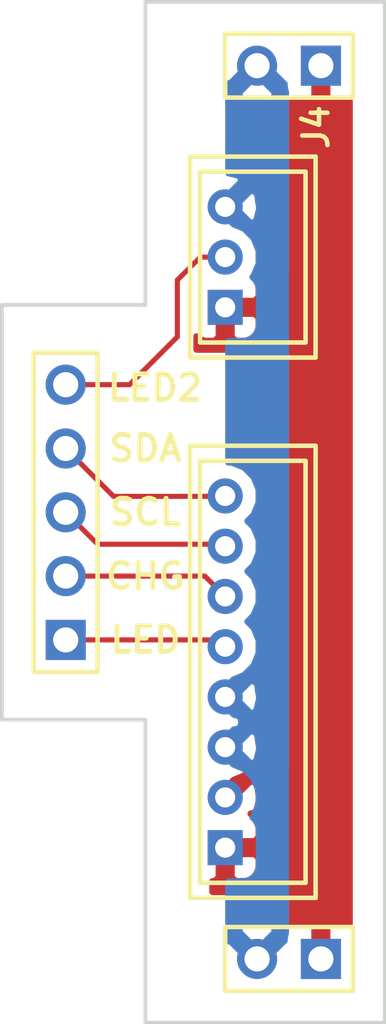
<source format=kicad_pcb>
(kicad_pcb (version 4) (host pcbnew 4.0.7-e2-6376~60~ubuntu17.10.1)

  (general
    (links 13)
    (no_connects 7)
    (area 154.864999 72.949999 170.255001 114.375001)
    (thickness 1.6)
    (drawings 13)
    (tracks 16)
    (zones 0)
    (modules 5)
    (nets 8)
  )

  (page A4)
  (layers
    (0 F.Cu signal)
    (31 B.Cu signal)
    (32 B.Adhes user)
    (33 F.Adhes user)
    (34 B.Paste user)
    (35 F.Paste user)
    (36 B.SilkS user)
    (37 F.SilkS user)
    (38 B.Mask user)
    (39 F.Mask user)
    (40 Dwgs.User user)
    (41 Cmts.User user)
    (42 Eco1.User user)
    (43 Eco2.User user)
    (44 Edge.Cuts user)
    (45 Margin user)
    (46 B.CrtYd user)
    (47 F.CrtYd user)
    (48 B.Fab user)
    (49 F.Fab user)
  )

  (setup
    (last_trace_width 0.2032)
    (trace_clearance 0.254)
    (zone_clearance 0.508)
    (zone_45_only no)
    (trace_min 0.2)
    (segment_width 0.2)
    (edge_width 0.15)
    (via_size 0.9652)
    (via_drill 0.4572)
    (via_min_size 0.4)
    (via_min_drill 0.3)
    (uvia_size 0.3)
    (uvia_drill 0.1)
    (uvias_allowed no)
    (uvia_min_size 0)
    (uvia_min_drill 0)
    (pcb_text_width 0.3)
    (pcb_text_size 1.5 1.5)
    (mod_edge_width 0.15)
    (mod_text_size 1 1)
    (mod_text_width 0.15)
    (pad_size 1.524 1.524)
    (pad_drill 0.762)
    (pad_to_mask_clearance 0.2)
    (aux_axis_origin 0 0)
    (visible_elements FFFFFF7F)
    (pcbplotparams
      (layerselection 0x00030_80000001)
      (usegerberextensions false)
      (excludeedgelayer true)
      (linewidth 0.100000)
      (plotframeref false)
      (viasonmask false)
      (mode 1)
      (useauxorigin false)
      (hpglpennumber 1)
      (hpglpenspeed 20)
      (hpglpendiameter 15)
      (hpglpenoverlay 2)
      (psnegative false)
      (psa4output false)
      (plotreference true)
      (plotvalue true)
      (plotinvisibletext false)
      (padsonsilk false)
      (subtractmaskfromsilk false)
      (outputformat 1)
      (mirror false)
      (drillshape 1)
      (scaleselection 1)
      (outputdirectory ""))
  )

  (net 0 "")
  (net 1 "Net-(J1-Pad8)")
  (net 2 "Net-(J1-Pad7)")
  (net 3 "Net-(J1-Pad5)")
  (net 4 "Net-(J1-Pad6)")
  (net 5 GND)
  (net 6 +5V)
  (net 7 "Net-(J4-Pad2)")

  (net_class Default "This is the default net class."
    (clearance 0.254)
    (trace_width 0.2032)
    (via_dia 0.9652)
    (via_drill 0.4572)
    (uvia_dia 0.3)
    (uvia_drill 0.1)
    (add_net "Net-(J1-Pad5)")
    (add_net "Net-(J1-Pad6)")
    (add_net "Net-(J1-Pad7)")
    (add_net "Net-(J1-Pad8)")
    (add_net "Net-(J4-Pad2)")
  )

  (net_class POWER ""
    (clearance 0.4064)
    (trace_width 0.508)
    (via_dia 1.27)
    (via_drill 0.6096)
    (uvia_dia 0.3)
    (uvia_drill 0.1)
    (add_net +5V)
    (add_net GND)
  )

  (module conn-header:HDR-M-1x02 (layer F.Cu) (tedit 5B6E8B81) (tstamp 5B6983C7)
    (at 166.37 111.76 180)
    (descr "Header - 100mil pitch - Male - Single Row, Vertical, 2 pos.")
    (path /5B694A82)
    (fp_text reference J2 (at 4.445 -1.27 270) (layer F.SilkS) hide
      (effects (font (size 1 1) (thickness 0.18)) (justify left bottom))
    )
    (fp_text value HEADER-1x02 (at 0 2.667 180) (layer F.SilkS) hide
      (effects (font (size 1 1) (thickness 0.18)))
    )
    (fp_line (start -3.048 -1.778) (end 3.048 -1.778) (layer F.CrtYd) (width 0.05))
    (fp_line (start 3.048 -1.778) (end 3.048 1.778) (layer F.CrtYd) (width 0.05))
    (fp_line (start 3.048 1.778) (end -3.048 1.778) (layer F.CrtYd) (width 0.05))
    (fp_line (start -3.048 1.778) (end -3.048 -1.778) (layer F.CrtYd) (width 0.05))
    (fp_line (start -2.54 -1.27) (end 2.54 -1.27) (layer F.SilkS) (width 0.18))
    (fp_line (start 2.54 -1.27) (end 2.54 1.27) (layer F.SilkS) (width 0.18))
    (fp_line (start 2.54 1.27) (end -2.54 1.27) (layer F.SilkS) (width 0.18))
    (fp_line (start -2.54 1.27) (end -2.54 -1.27) (layer F.SilkS) (width 0.18))
    (pad 1 thru_hole rect (at -1.27 0 180) (size 1.6 1.6) (drill 1) (layers *.Cu *.Mask)
      (net 6 +5V))
    (pad 2 thru_hole circle (at 1.27 0 180) (size 1.6 1.6) (drill 1) (layers *.Cu *.Mask)
      (net 5 GND))
    (model conn-header.pretty/HDR-M-1x02.wrl
      (at (xyz 0 0 0))
      (scale (xyz 1 1 1))
      (rotate (xyz 0 0 0))
    )
  )

  (module conn-header:HDR-M-1x02 (layer F.Cu) (tedit 5B6E8B85) (tstamp 5B6983CD)
    (at 166.37 76.2 180)
    (descr "Header - 100mil pitch - Male - Single Row, Vertical, 2 pos.")
    (path /5B694BA0)
    (fp_text reference J3 (at -2.794 -1.905 180) (layer F.SilkS) hide
      (effects (font (size 1 1) (thickness 0.18)) (justify left bottom))
    )
    (fp_text value HEADER-1x02 (at 0 2.667 180) (layer F.SilkS) hide
      (effects (font (size 1 1) (thickness 0.18)))
    )
    (fp_line (start -3.048 -1.778) (end 3.048 -1.778) (layer F.CrtYd) (width 0.05))
    (fp_line (start 3.048 -1.778) (end 3.048 1.778) (layer F.CrtYd) (width 0.05))
    (fp_line (start 3.048 1.778) (end -3.048 1.778) (layer F.CrtYd) (width 0.05))
    (fp_line (start -3.048 1.778) (end -3.048 -1.778) (layer F.CrtYd) (width 0.05))
    (fp_line (start -2.54 -1.27) (end 2.54 -1.27) (layer F.SilkS) (width 0.18))
    (fp_line (start 2.54 -1.27) (end 2.54 1.27) (layer F.SilkS) (width 0.18))
    (fp_line (start 2.54 1.27) (end -2.54 1.27) (layer F.SilkS) (width 0.18))
    (fp_line (start -2.54 1.27) (end -2.54 -1.27) (layer F.SilkS) (width 0.18))
    (pad 1 thru_hole rect (at -1.27 0 180) (size 1.6 1.6) (drill 1) (layers *.Cu *.Mask)
      (net 6 +5V))
    (pad 2 thru_hole circle (at 1.27 0 180) (size 1.6 1.6) (drill 1) (layers *.Cu *.Mask)
      (net 5 GND))
    (model conn-header.pretty/HDR-M-1x02.wrl
      (at (xyz 0 0 0))
      (scale (xyz 1 1 1))
      (rotate (xyz 0 0 0))
    )
  )

  (module conn-header:DF3A-8P-2DSA (layer F.Cu) (tedit 5B6E8B98) (tstamp 5B6A5AF7)
    (at 163.83 100.33 270)
    (descr "DF3 (2mm pitch) - Vert. Through Hole - Single row, 8 pos.")
    (tags "DF3 2mm Vertical Through Hole")
    (path /5B6A5A69)
    (fp_text reference J1 (at -9.2 -4.2 270) (layer F.SilkS) hide
      (effects (font (size 1 1) (thickness 0.18)) (justify left bottom))
    )
    (fp_text value HEADER-1x08 (at 0 2.9 270) (layer F.SilkS) hide
      (effects (font (size 1 1) (thickness 0.18)))
    )
    (fp_line (start -9.5 -4.1) (end 9.5 -4.1) (layer F.CrtYd) (width 0.05))
    (fp_line (start 9.5 -4.1) (end 9.5 1.9) (layer F.CrtYd) (width 0.05))
    (fp_line (start 9.5 1.9) (end -9.5 1.9) (layer F.CrtYd) (width 0.05))
    (fp_line (start -9.5 1.9) (end -9.5 -4.1) (layer F.CrtYd) (width 0.05))
    (fp_line (start -9 -3.6) (end 9 -3.6) (layer F.SilkS) (width 0.18))
    (fp_line (start 9 -3.6) (end 9 1.4) (layer F.SilkS) (width 0.18))
    (fp_line (start 9 1.4) (end -9 1.4) (layer F.SilkS) (width 0.18))
    (fp_line (start -9 1.4) (end -9 -3.6) (layer F.SilkS) (width 0.18))
    (fp_line (start -8.4 -3.2) (end 8.4 -3.2) (layer F.SilkS) (width 0.18))
    (fp_line (start 8.4 -3.2) (end 8.4 1) (layer F.SilkS) (width 0.18))
    (fp_line (start -8.4 -3.2) (end -8.4 1) (layer F.SilkS) (width 0.18))
    (fp_line (start -8.4 1) (end 8.4 1) (layer F.SilkS) (width 0.18))
    (pad 1 thru_hole rect (at 7 0 270) (size 1.4 1.4) (drill 0.8) (layers *.Cu *.Mask)
      (net 6 +5V))
    (pad 2 thru_hole circle (at 5 0 270) (size 1.4 1.4) (drill 0.8) (layers *.Cu *.Mask)
      (net 6 +5V))
    (pad 3 thru_hole circle (at 3 0 270) (size 1.4 1.4) (drill 0.8) (layers *.Cu *.Mask)
      (net 5 GND))
    (pad 4 thru_hole circle (at 1 0 270) (size 1.4 1.4) (drill 0.8) (layers *.Cu *.Mask)
      (net 5 GND))
    (pad 5 thru_hole circle (at -1 0 270) (size 1.4 1.4) (drill 0.8) (layers *.Cu *.Mask)
      (net 3 "Net-(J1-Pad5)"))
    (pad 6 thru_hole circle (at -3 0 270) (size 1.4 1.4) (drill 0.8) (layers *.Cu *.Mask)
      (net 4 "Net-(J1-Pad6)"))
    (pad 7 thru_hole circle (at -5 0 270) (size 1.4 1.4) (drill 0.8) (layers *.Cu *.Mask)
      (net 2 "Net-(J1-Pad7)"))
    (pad 8 thru_hole circle (at -7 0 270) (size 1.4 1.4) (drill 0.8) (layers *.Cu *.Mask)
      (net 1 "Net-(J1-Pad8)"))
    (model conn-header.pretty/DF3A-8P-2DSA.wrl
      (at (xyz 0 0 0))
      (scale (xyz 1 1 1))
      (rotate (xyz 0 0 0))
    )
  )

  (module conn-header:DF3A-3P-2DSA (layer F.Cu) (tedit 54F4D677) (tstamp 5B71DC7F)
    (at 163.83 83.82 270)
    (descr "DF3 (2mm pitch) - Vert. Through Hole - Single row, 3 pos.")
    (tags "DF3 2mm Vertical Through Hole")
    (path /5B71D4DC)
    (fp_text reference J4 (at -4.2 -4.2 270) (layer F.SilkS)
      (effects (font (size 1 1) (thickness 0.18)) (justify left bottom))
    )
    (fp_text value HEADER-1x03 (at 0 2.9 270) (layer F.SilkS) hide
      (effects (font (size 1 1) (thickness 0.18)))
    )
    (fp_line (start -4.5 -4.1) (end 4.5 -4.1) (layer F.CrtYd) (width 0.05))
    (fp_line (start 4.5 -4.1) (end 4.5 1.9) (layer F.CrtYd) (width 0.05))
    (fp_line (start 4.5 1.9) (end -4.5 1.9) (layer F.CrtYd) (width 0.05))
    (fp_line (start -4.5 1.9) (end -4.5 -4.1) (layer F.CrtYd) (width 0.05))
    (fp_line (start -4 -3.6) (end 4 -3.6) (layer F.SilkS) (width 0.18))
    (fp_line (start 4 -3.6) (end 4 1.4) (layer F.SilkS) (width 0.18))
    (fp_line (start 4 1.4) (end 1.5 1.4) (layer F.SilkS) (width 0.18))
    (fp_line (start 1.5 1.4) (end -1.5 1.4) (layer F.SilkS) (width 0.18))
    (fp_line (start -1.5 1.4) (end -4 1.4) (layer F.SilkS) (width 0.18))
    (fp_line (start -4 1.4) (end -4 -3.6) (layer F.SilkS) (width 0.18))
    (fp_line (start -3.4 -3.2) (end 3.4 -3.2) (layer F.SilkS) (width 0.18))
    (fp_line (start 3.4 -3.2) (end 3.4 1) (layer F.SilkS) (width 0.18))
    (fp_line (start -3.4 -3.2) (end -3.4 1) (layer F.SilkS) (width 0.18))
    (fp_line (start -3.4 1) (end 3.4 1) (layer F.SilkS) (width 0.18))
    (pad 1 thru_hole rect (at 2 0 270) (size 1.4 1.4) (drill 0.8) (layers *.Cu *.Mask)
      (net 6 +5V))
    (pad 2 thru_hole circle (at 0 0 270) (size 1.4 1.4) (drill 0.8) (layers *.Cu *.Mask)
      (net 7 "Net-(J4-Pad2)"))
    (pad 3 thru_hole circle (at -2 0 270) (size 1.4 1.4) (drill 0.8) (layers *.Cu *.Mask)
      (net 5 GND))
    (model conn-header.pretty/DF3A-3P-2DSA.wrl
      (at (xyz 0 0 0))
      (scale (xyz 1 1 1))
      (rotate (xyz 0 0 0))
    )
  )

  (module conn-header:HDR-M-1x05 (layer F.Cu) (tedit 5B71C5B8) (tstamp 5B71DCA3)
    (at 157.48 93.98 90)
    (descr "Header - 100mil pitch - Male - Single Row, Vertical, 5 pos.")
    (path /5B71DB11)
    (fp_text reference J5 (at -6.604 -1.905 90) (layer F.SilkS) hide
      (effects (font (size 1 1) (thickness 0.18)) (justify left bottom))
    )
    (fp_text value HEADER-1x05 (at 0 2.667 90) (layer F.SilkS) hide
      (effects (font (size 1 1) (thickness 0.18)))
    )
    (fp_line (start -6.858 -1.778) (end 6.858 -1.778) (layer F.CrtYd) (width 0.05))
    (fp_line (start 6.858 -1.778) (end 6.858 1.778) (layer F.CrtYd) (width 0.05))
    (fp_line (start 6.858 1.778) (end -6.858 1.778) (layer F.CrtYd) (width 0.05))
    (fp_line (start -6.858 1.778) (end -6.858 -1.778) (layer F.CrtYd) (width 0.05))
    (fp_line (start -6.35 -1.27) (end 6.35 -1.27) (layer F.SilkS) (width 0.18))
    (fp_line (start 6.35 -1.27) (end 6.35 1.27) (layer F.SilkS) (width 0.18))
    (fp_line (start 6.35 1.27) (end -6.35 1.27) (layer F.SilkS) (width 0.18))
    (fp_line (start -6.35 1.27) (end -6.35 -1.27) (layer F.SilkS) (width 0.18))
    (pad 1 thru_hole rect (at -5.08 0 90) (size 1.6 1.6) (drill 1) (layers *.Cu *.Mask)
      (net 3 "Net-(J1-Pad5)"))
    (pad 2 thru_hole circle (at -2.54 0 90) (size 1.6 1.6) (drill 1) (layers *.Cu *.Mask)
      (net 4 "Net-(J1-Pad6)"))
    (pad 3 thru_hole circle (at 0 0 90) (size 1.6 1.6) (drill 1) (layers *.Cu *.Mask)
      (net 2 "Net-(J1-Pad7)"))
    (pad 4 thru_hole circle (at 2.54 0 90) (size 1.6 1.6) (drill 1) (layers *.Cu *.Mask)
      (net 1 "Net-(J1-Pad8)"))
    (pad 5 thru_hole circle (at 5.08 0 90) (size 1.6 1.6) (drill 1) (layers *.Cu *.Mask)
      (net 7 "Net-(J4-Pad2)"))
    (model conn-header.pretty/HDR-M-1x05.wrl
      (at (xyz 0 0 0))
      (scale (xyz 1 1 1))
      (rotate (xyz 0 0 0))
    )
  )

  (gr_text LED2 (at 161.036 89.027) (layer F.SilkS) (tstamp 5B71DD9A)
    (effects (font (size 1.016 1.016) (thickness 0.2)))
  )
  (gr_text LED (at 160.655 99.06) (layer F.SilkS) (tstamp 5B6A80BA)
    (effects (font (size 1.016 1.016) (thickness 0.2)))
  )
  (gr_text CHG (at 160.655 96.52) (layer F.SilkS) (tstamp 5B6A80B9)
    (effects (font (size 1.016 1.016) (thickness 0.2)))
  )
  (gr_text SCL (at 160.655 93.98) (layer F.SilkS) (tstamp 5B6A80B8)
    (effects (font (size 1.016 1.016) (thickness 0.2)))
  )
  (gr_text SDA (at 160.655 91.44) (layer F.SilkS)
    (effects (font (size 1.016 1.016) (thickness 0.2)))
  )
  (gr_line (start 160.655 73.66) (end 170.18 73.66) (layer Edge.Cuts) (width 0.15))
  (gr_line (start 160.655 85.725) (end 160.655 73.66) (layer Edge.Cuts) (width 0.15))
  (gr_line (start 154.94 85.725) (end 160.655 85.725) (layer Edge.Cuts) (width 0.15))
  (gr_line (start 154.94 102.235) (end 154.94 85.725) (layer Edge.Cuts) (width 0.15))
  (gr_line (start 160.655 102.235) (end 154.94 102.235) (layer Edge.Cuts) (width 0.15))
  (gr_line (start 160.655 114.3) (end 160.655 102.235) (layer Edge.Cuts) (width 0.15))
  (gr_line (start 170.18 114.3) (end 160.655 114.3) (layer Edge.Cuts) (width 0.15))
  (gr_line (start 170.18 73.66) (end 170.18 114.3) (layer Edge.Cuts) (width 0.15))

  (segment (start 157.48 91.44) (end 159.385 93.345) (width 0.2032) (layer F.Cu) (net 1))
  (segment (start 159.385 93.345) (end 163.815 93.345) (width 0.2032) (layer F.Cu) (net 1))
  (segment (start 163.815 93.345) (end 163.83 93.33) (width 0.2032) (layer F.Cu) (net 1))
  (segment (start 157.48 93.98) (end 158.75 95.25) (width 0.2032) (layer F.Cu) (net 2))
  (segment (start 158.75 95.25) (end 163.75 95.25) (width 0.2032) (layer F.Cu) (net 2))
  (segment (start 163.75 95.25) (end 163.83 95.33) (width 0.2032) (layer F.Cu) (net 2))
  (segment (start 157.48 99.06) (end 163.56 99.06) (width 0.2032) (layer F.Cu) (net 3))
  (segment (start 163.56 99.06) (end 163.83 99.33) (width 0.2032) (layer F.Cu) (net 3))
  (segment (start 163.56 99.33) (end 163.83 99.33) (width 0.2032) (layer F.Cu) (net 3))
  (segment (start 157.48 96.52) (end 163.02 96.52) (width 0.2032) (layer F.Cu) (net 4))
  (segment (start 163.02 96.52) (end 163.83 97.33) (width 0.2032) (layer F.Cu) (net 4))
  (segment (start 161.925 86.995) (end 161.925 84.735051) (width 0.2032) (layer F.Cu) (net 7))
  (segment (start 161.925 84.735051) (end 162.840051 83.82) (width 0.2032) (layer F.Cu) (net 7))
  (segment (start 162.840051 83.82) (end 163.83 83.82) (width 0.2032) (layer F.Cu) (net 7))
  (segment (start 160.02 88.9) (end 161.925 86.995) (width 0.2032) (layer F.Cu) (net 7))
  (segment (start 157.48 88.9) (end 160.02 88.9) (width 0.2032) (layer F.Cu) (net 7))

  (zone (net 5) (net_name GND) (layer B.Cu) (tstamp 0) (hatch edge 0.508)
    (connect_pads (clearance 0.508))
    (min_thickness 0.254)
    (fill yes (arc_segments 16) (thermal_gap 0.508) (thermal_bridge_width 0.762))
    (polygon
      (pts
        (xy 163.83 112.395) (xy 163.83 103.505) (xy 163.195 103.505) (xy 163.195 99.06) (xy 163.83 99.06)
        (xy 163.83 75.565) (xy 166.37 75.565) (xy 166.37 112.395)
      )
    )
    (filled_polygon
      (pts
        (xy 165.473353 76.185858) (xy 165.45921 76.2) (xy 166.184273 76.925062) (xy 166.19256 76.922059) (xy 166.19256 77)
        (xy 166.236838 77.235317) (xy 166.243 77.244893) (xy 166.243 110.71092) (xy 166.19256 110.96) (xy 166.19256 111.037941)
        (xy 166.184273 111.034938) (xy 165.45921 111.76) (xy 165.473353 111.774142) (xy 165.114143 112.133353) (xy 165.1 112.11921)
        (xy 165.085858 112.133353) (xy 164.726647 111.774142) (xy 164.74079 111.76) (xy 164.015727 111.034938) (xy 163.957 111.05622)
        (xy 163.957 110.675727) (xy 164.374938 110.675727) (xy 165.1 111.40079) (xy 165.825062 110.675727) (xy 165.741448 110.444992)
        (xy 165.189389 110.29962) (xy 164.623722 110.376577) (xy 164.458552 110.444992) (xy 164.374938 110.675727) (xy 163.957 110.675727)
        (xy 163.957 108.67744) (xy 164.53 108.67744) (xy 164.765317 108.633162) (xy 164.981441 108.49409) (xy 165.126431 108.28189)
        (xy 165.17744 108.03) (xy 165.17744 106.63) (xy 165.133162 106.394683) (xy 164.99409 106.178559) (xy 164.920175 106.128055)
        (xy 164.961098 106.087204) (xy 165.164768 105.596713) (xy 165.165231 105.065617) (xy 164.962418 104.574771) (xy 164.587204 104.198902)
        (xy 164.163934 104.023145) (xy 163.957 103.81621) (xy 163.957 103.505) (xy 163.946994 103.45559) (xy 163.918553 103.413965)
        (xy 163.876159 103.386685) (xy 163.83 103.378) (xy 163.490505 103.378) (xy 163.456648 103.344143) (xy 163.47079 103.33)
        (xy 164.18921 103.33) (xy 164.840647 103.981436) (xy 165.061151 103.910523) (xy 165.189592 103.395192) (xy 165.111046 102.869936)
        (xy 165.061151 102.749477) (xy 164.840647 102.678564) (xy 164.18921 103.33) (xy 163.47079 103.33) (xy 163.456648 103.315858)
        (xy 163.815858 102.956648) (xy 163.83 102.97079) (xy 164.172104 102.628686) (xy 164.290064 102.611046) (xy 164.410523 102.561151)
        (xy 164.481436 102.340647) (xy 164.470789 102.33) (xy 164.481436 102.319353) (xy 164.410523 102.098849) (xy 164.182908 102.042118)
        (xy 163.83 101.68921) (xy 163.815858 101.703353) (xy 163.456648 101.344143) (xy 163.47079 101.33) (xy 164.18921 101.33)
        (xy 164.840647 101.981436) (xy 165.061151 101.910523) (xy 165.189592 101.395192) (xy 165.111046 100.869936) (xy 165.061151 100.749477)
        (xy 164.840647 100.678564) (xy 164.18921 101.33) (xy 163.47079 101.33) (xy 163.456648 101.315858) (xy 163.815858 100.956647)
        (xy 163.83 100.97079) (xy 164.164551 100.636238) (xy 164.585229 100.462418) (xy 164.961098 100.087204) (xy 165.164768 99.596713)
        (xy 165.165231 99.065617) (xy 164.962418 98.574771) (xy 164.717976 98.329902) (xy 164.961098 98.087204) (xy 165.164768 97.596713)
        (xy 165.165231 97.065617) (xy 164.962418 96.574771) (xy 164.717976 96.329902) (xy 164.961098 96.087204) (xy 165.164768 95.596713)
        (xy 165.165231 95.065617) (xy 164.962418 94.574771) (xy 164.717976 94.329902) (xy 164.961098 94.087204) (xy 165.164768 93.596713)
        (xy 165.165231 93.065617) (xy 164.962418 92.574771) (xy 164.587204 92.198902) (xy 164.096713 91.995232) (xy 163.957 91.99511)
        (xy 163.957 87.16744) (xy 164.53 87.16744) (xy 164.765317 87.123162) (xy 164.981441 86.98409) (xy 165.126431 86.77189)
        (xy 165.17744 86.52) (xy 165.17744 85.12) (xy 165.133162 84.884683) (xy 164.99409 84.668559) (xy 164.920175 84.618055)
        (xy 164.961098 84.577204) (xy 165.164768 84.086713) (xy 165.165231 83.555617) (xy 164.962418 83.064771) (xy 164.587204 82.688902)
        (xy 164.163934 82.513145) (xy 163.957 82.30621) (xy 163.957 81.82) (xy 164.18921 81.82) (xy 164.840647 82.471436)
        (xy 165.061151 82.400523) (xy 165.189592 81.885192) (xy 165.111046 81.359936) (xy 165.061151 81.239477) (xy 164.840647 81.168564)
        (xy 164.18921 81.82) (xy 163.957 81.82) (xy 163.957 81.33379) (xy 164.481436 80.809353) (xy 164.410523 80.588849)
        (xy 163.957 80.475813) (xy 163.957 77.284273) (xy 164.374938 77.284273) (xy 164.458552 77.515008) (xy 165.010611 77.66038)
        (xy 165.576278 77.583423) (xy 165.741448 77.515008) (xy 165.825062 77.284273) (xy 165.1 76.55921) (xy 164.374938 77.284273)
        (xy 163.957 77.284273) (xy 163.957 76.90378) (xy 164.015727 76.925062) (xy 164.74079 76.2) (xy 164.726647 76.185858)
        (xy 165.085858 75.826648) (xy 165.1 75.84079) (xy 165.114143 75.826648)
      )
    )
  )
  (zone (net 6) (net_name +5V) (layer F.Cu) (tstamp 0) (hatch edge 0.508)
    (connect_pads (clearance 0.508))
    (min_thickness 0.254)
    (fill yes (arc_segments 16) (thermal_gap 0.508) (thermal_bridge_width 0.762))
    (polygon
      (pts
        (xy 166.37 112.395) (xy 166.37 109.22) (xy 163.195 109.22) (xy 163.195 104.14) (xy 166.37 104.14)
        (xy 166.37 87.63) (xy 162.56 87.63) (xy 162.56 84.455) (xy 166.37 84.455) (xy 166.37 75.565)
        (xy 168.91 75.565) (xy 168.91 112.395)
      )
    )
    (filled_polygon
      (pts
        (xy 167.894 75.946) (xy 167.914 75.946) (xy 167.914 76.454) (xy 167.894 76.454) (xy 167.894 77.47625)
        (xy 168.05275 77.635) (xy 168.566309 77.635) (xy 168.783 77.545244) (xy 168.783 110.414756) (xy 168.566309 110.325)
        (xy 168.05275 110.325) (xy 167.894 110.48375) (xy 167.894 111.506) (xy 167.914 111.506) (xy 167.914 112.014)
        (xy 167.894 112.014) (xy 167.894 112.034) (xy 167.386 112.034) (xy 167.386 112.014) (xy 167.366 112.014)
        (xy 167.366 111.506) (xy 167.386 111.506) (xy 167.386 110.48375) (xy 167.22725 110.325) (xy 166.713691 110.325)
        (xy 166.497 110.414756) (xy 166.497 109.22) (xy 166.486994 109.17059) (xy 166.458553 109.128965) (xy 166.416159 109.101685)
        (xy 166.37 109.093) (xy 163.322 109.093) (xy 163.322 108.665) (xy 163.41725 108.665) (xy 163.576 108.50625)
        (xy 163.576 107.584) (xy 164.084 107.584) (xy 164.084 108.50625) (xy 164.24275 108.665) (xy 164.65631 108.665)
        (xy 164.889699 108.568327) (xy 165.068327 108.389698) (xy 165.165 108.156309) (xy 165.165 107.74275) (xy 165.00625 107.584)
        (xy 164.084 107.584) (xy 163.576 107.584) (xy 163.556 107.584) (xy 163.556 107.076) (xy 163.576 107.076)
        (xy 163.576 107.056) (xy 164.084 107.056) (xy 164.084 107.076) (xy 165.00625 107.076) (xy 165.165 106.91725)
        (xy 165.165 106.503691) (xy 165.068327 106.270302) (xy 164.939734 106.141709) (xy 164.970328 106.111115) (xy 164.840649 105.981436)
        (xy 165.061151 105.910523) (xy 165.189592 105.395192) (xy 165.111046 104.869936) (xy 165.061151 104.749477) (xy 164.840647 104.678564)
        (xy 164.18921 105.33) (xy 164.203353 105.344142) (xy 163.844143 105.703353) (xy 163.83 105.68921) (xy 163.815858 105.703353)
        (xy 163.456648 105.344143) (xy 163.47079 105.33) (xy 163.456648 105.315858) (xy 163.815858 104.956647) (xy 163.83 104.97079)
        (xy 164.164551 104.636238) (xy 164.585229 104.462418) (xy 164.780988 104.267) (xy 166.37 104.267) (xy 166.41941 104.256994)
        (xy 166.461035 104.228553) (xy 166.488315 104.186159) (xy 166.497 104.14) (xy 166.497 87.63) (xy 166.486994 87.58059)
        (xy 166.458553 87.538965) (xy 166.416159 87.511685) (xy 166.37 87.503) (xy 162.687 87.503) (xy 162.687 86.975025)
        (xy 162.770301 87.058327) (xy 163.00369 87.155) (xy 163.41725 87.155) (xy 163.576 86.99625) (xy 163.576 86.074)
        (xy 164.084 86.074) (xy 164.084 86.99625) (xy 164.24275 87.155) (xy 164.65631 87.155) (xy 164.889699 87.058327)
        (xy 165.068327 86.879698) (xy 165.165 86.646309) (xy 165.165 86.23275) (xy 165.00625 86.074) (xy 164.084 86.074)
        (xy 163.576 86.074) (xy 163.556 86.074) (xy 163.556 85.566) (xy 163.576 85.566) (xy 163.576 85.546)
        (xy 164.084 85.546) (xy 164.084 85.566) (xy 165.00625 85.566) (xy 165.165 85.40725) (xy 165.165 84.993691)
        (xy 165.068327 84.760302) (xy 164.923131 84.615105) (xy 164.956294 84.582) (xy 166.37 84.582) (xy 166.41941 84.571994)
        (xy 166.461035 84.543553) (xy 166.488315 84.501159) (xy 166.497 84.455) (xy 166.497 77.545244) (xy 166.713691 77.635)
        (xy 167.22725 77.635) (xy 167.386 77.47625) (xy 167.386 76.454) (xy 167.366 76.454) (xy 167.366 75.946)
        (xy 167.386 75.946) (xy 167.386 75.926) (xy 167.894 75.926)
      )
    )
  )
)

</source>
